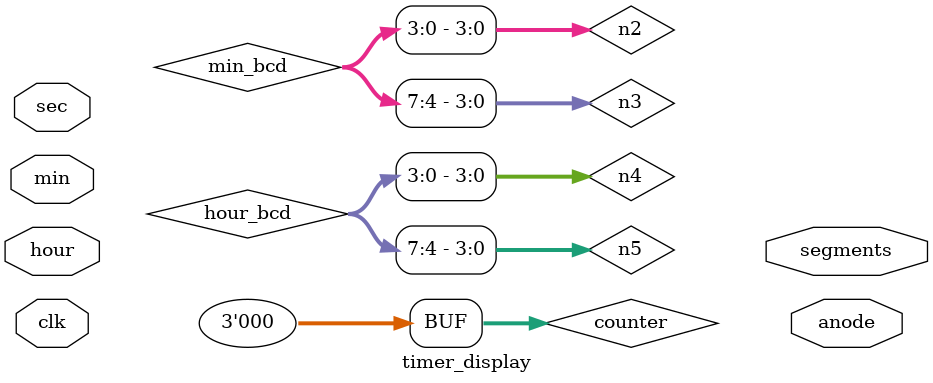
<source format=v>
`timescale 1ns / 1ps


module timer_display(
    input [5:0] hour,
    input [5:0] min,
    input [5:0] sec,
    input clk,
    output reg [6:0] segments,
    output reg [7:0] anode
    );
    
    wire [7:0] hour_bcd;
    wire [7:0] min_bcd;
    wire [7:0] sec_bcd;
    
    binary_to_bcd btb_h(.bin(hour), .bcd(hour_bcd));
    binary_to_bcd btb_m(.bin(min), .bcd(min_bcd));
    binary_to_bcd btb_s(.bin(sec), .bcd(sec_bcd));
    
    wire [6:0] seg0, seg1, seg2, seg3, seg4, seg5;
    wire [3:0] n0 = sec_bcd[3:0], n1 = sec_bcd[7:4];
    wire [3:0] n2 = min_bcd[3:0], n3 = min_bcd[7:4];
    wire [3:0] n4 = hour_bcd[3:0], n5 = hour_bcd[7:4];
    
    one_num s0(.num(n0), .segments(seg0));
    one_num s1(.num(n1), .segments(seg1));
    one_num s2(.num(n2), .segments(seg2));
    one_num s3(.num(n3), .segments(seg3));
    one_num s4(.num(n4), .segments(seg4));
    one_num s5(.num(n5), .segments(seg5));
    
    // declare a counter
    reg [2:0] counter = 0;
    
endmodule
</source>
